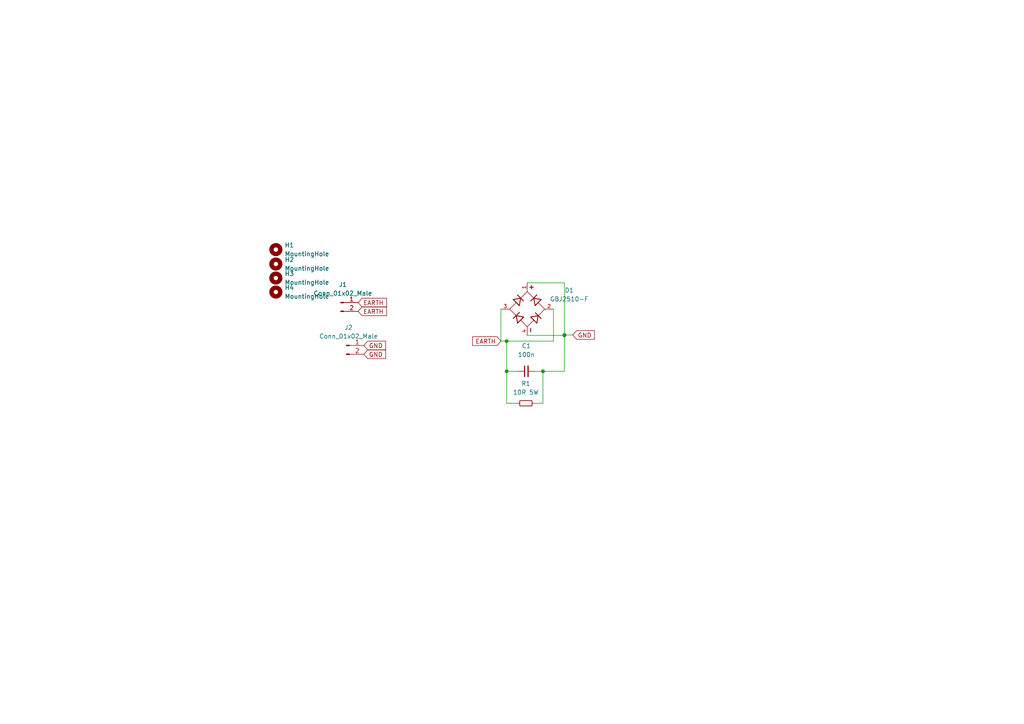
<source format=kicad_sch>
(kicad_sch (version 20230121) (generator eeschema)
  (paper "A4")
  (lib_symbols
    (symbol "Connector:Conn_01x02_Male" (pin_names (offset 1.016) hide)
      (property "Reference" "J" (at 0 2.54 0))
      (property "Value" "Conn_01x02_Male" (at 0 -5.08 0))
      (symbol "Conn_01x02_Male_1_1"
        (polyline (pts (xy 1.27 -2.54) (xy 0.8636 -2.54)) (stroke (width 0.1524)))
        (polyline (pts (xy 1.27 0) (xy 0.8636 0)) (stroke (width 0.1524)))
        (rectangle (start 0.8636 -2.413) (end 0 -2.667) (stroke (width 0.1524)) (fill (type outline)))
        (rectangle (start 0.8636 0.127) (end 0 -0.127) (stroke (width 0.1524)) (fill (type outline)))
        (pin passive line (at 5.08 0 180) (length 3.81) (name "Pin_1") (number "1"))
        (pin passive line (at 5.08 -2.54 180) (length 3.81) (name "Pin_2") (number "2"))
      )
    )
    (symbol "Device:C_Small" (pin_numbers hide) (pin_names (offset 0.254) hide)
      (property "Reference" "C" (at 0.254 1.778 0))
      (property "Value" "C_Small" (at 0.254 -2.032 0))
      (symbol "C_Small_0_1"
        (polyline (pts (xy -1.524 -0.508) (xy 1.524 -0.508)) (stroke (width 0.3302)))
        (polyline (pts (xy -1.524 0.508) (xy 1.524 0.508)) (stroke (width 0.3048)))
      )
      (symbol "C_Small_1_1"
        (pin passive line (at 0 2.54 270) (length 2.032) (name "~") (number "1"))
        (pin passive line (at 0 -2.54 90) (length 2.032) (name "~") (number "2"))
      )
    )
    (symbol "Device:R_Small" (pin_numbers hide) (pin_names (offset 0.254) hide)
      (property "Reference" "R" (at 0.762 0.508 0))
      (property "Value" "R_Small" (at 0.762 -1.016 0))
      (symbol "R_Small_0_1"
        (rectangle (start -0.762 1.778) (end 0.762 -1.778) (stroke (width 0.2032)))
      )
      (symbol "R_Small_1_1"
        (pin passive line (at 0 2.54 270) (length 0.762) (name "~") (number "1"))
        (pin passive line (at 0 -2.54 90) (length 0.762) (name "~") (number "2"))
      )
    )
    (symbol "GBJ2510-F:GBJ2510-F" (pin_names (offset 1.016) hide)
      (property "Reference" "D" (at 5.08 5.08 0))
      (property "Value" "GBJ2510-F" (at 5.08 -7.62 0))
      (symbol "GBJ2510-F_0_0"
        (polyline (pts (xy -6.858 1.27) (xy -5.842 1.27)) (stroke (width 0.254)))
        (polyline (pts (xy -6.35 0.762) (xy -6.35 1.778)) (stroke (width 0.254)))
        (polyline (pts (xy -5.08 0) (xy -3.175 -1.905)) (stroke (width 0.1524)))
        (polyline (pts (xy -3.175 -1.905) (xy -2.794 -4.064)) (stroke (width 0.254)))
        (polyline (pts (xy -3.175 -1.905) (xy -1.016 -2.286)) (stroke (width 0.254)))
        (polyline (pts (xy -3.175 1.905) (xy -5.08 0)) (stroke (width 0.1524)))
        (polyline (pts (xy -3.175 1.905) (xy -2.794 4.064)) (stroke (width 0.254)))
        (polyline (pts (xy -3.175 1.905) (xy -1.016 2.286)) (stroke (width 0.254)))
        (polyline (pts (xy -2.3622 -1.0668) (xy -4.1402 -2.8448)) (stroke (width 0.254)))
        (polyline (pts (xy -2.3622 1.016) (xy -4.1402 2.794)) (stroke (width 0.254)))
        (polyline (pts (xy -1.016 -2.286) (xy -2.794 -4.064)) (stroke (width 0.254)))
        (polyline (pts (xy -1.016 2.286) (xy -2.794 4.064)) (stroke (width 0.254)))
        (polyline (pts (xy 0 -5.08) (xy -1.8034 -3.2766)) (stroke (width 0.1524)))
        (polyline (pts (xy 0 -5.08) (xy 1.905 -3.175)) (stroke (width 0.1524)))
        (polyline (pts (xy 0 5.08) (xy -1.8034 3.2766)) (stroke (width 0.1524)))
        (polyline (pts (xy 1.905 -3.175) (xy 2.286 -1.016)) (stroke (width 0.254)))
        (polyline (pts (xy 1.905 -3.175) (xy 4.064 -2.794)) (stroke (width 0.254)))
        (polyline (pts (xy 1.905 3.175) (xy 0 5.08)) (stroke (width 0.1524)))
        (polyline (pts (xy 1.905 3.175) (xy 2.286 1.016)) (stroke (width 0.254)))
        (polyline (pts (xy 1.905 3.175) (xy 4.064 2.794)) (stroke (width 0.254)))
        (polyline (pts (xy 2.7178 -4.0386) (xy 0.9398 -2.2606)) (stroke (width 0.254)))
        (polyline (pts (xy 2.7178 4.0386) (xy 1.0668 2.3876)) (stroke (width 0.254)))
        (polyline (pts (xy 3.2766 -1.8034) (xy 5.08 0)) (stroke (width 0.1524)))
        (polyline (pts (xy 4.064 -2.794) (xy 2.286 -1.016)) (stroke (width 0.254)))
        (polyline (pts (xy 4.064 2.794) (xy 2.286 1.016)) (stroke (width 0.254)))
        (polyline (pts (xy 5.08 0) (xy 3.2766 1.8034)) (stroke (width 0.1524)))
        (polyline (pts (xy 5.588 1.016) (xy 6.604 1.016)) (stroke (width 0.254)))
        (pin passive line (at -7.62 0 0) (length 2.54) (name "~") (number "1"))
        (pin passive line (at 0 7.62 270) (length 2.54) (name "~") (number "2"))
        (pin passive line (at 0 -7.62 90) (length 2.54) (name "~") (number "3"))
        (pin passive line (at 7.62 0 180) (length 2.54) (name "~") (number "4"))
      )
    )
    (symbol "Mechanical:MountingHole" (pin_names (offset 1.016))
      (property "Reference" "H" (at 0 5.08 0))
      (property "Value" "MountingHole" (at 0 3.175 0))
      (symbol "MountingHole_0_1"
        (circle (center 0 0) (radius 1.27) (stroke (width 1.27)))
      )
    )
  )
  (junction (at 163.703 97.155))
  (junction (at 146.939 107.696))
  (junction (at 163.703 97.282))
  (junction (at 146.939 98.933))
  (junction (at 157.48 107.696))
  (wire (pts (xy 160.528 98.933) (xy 146.939 98.933)))
  (wire (pts (xy 157.48 107.696) (xy 163.703 107.696)))
  (wire (pts (xy 150.114 107.696) (xy 146.939 107.696)))
  (wire (pts (xy 160.528 89.662) (xy 160.528 98.933)))
  (wire (pts (xy 157.48 116.967) (xy 155.067 116.967)))
  (wire (pts (xy 146.939 116.967) (xy 149.987 116.967)))
  (wire (pts (xy 152.908 82.042) (xy 163.703 82.042)))
  (wire (pts (xy 163.703 82.042) (xy 163.703 97.155)))
  (wire (pts (xy 157.48 107.696) (xy 157.48 116.967)))
  (wire (pts (xy 155.194 107.696) (xy 157.48 107.696)))
  (wire (pts (xy 146.939 107.696) (xy 146.939 116.967)))
  (wire (pts (xy 146.939 98.933) (xy 145.288 98.933)))
  (wire (pts (xy 163.703 97.282) (xy 152.908 97.282)))
  (wire (pts (xy 146.939 98.933) (xy 146.939 107.696)))
  (wire (pts (xy 145.288 98.933) (xy 145.288 89.662)))
  (wire (pts (xy 163.703 97.155) (xy 163.703 97.282)))
  (wire (pts (xy 163.703 97.155) (xy 166.116 97.155)))
  (wire (pts (xy 163.703 107.696) (xy 163.703 97.282)))
  (global_label "GND" (shape input) (at 105.537 102.743 0) (property "Intersheetrefs" "${INTERSHEET_REFS}" (effects hide)))
  (global_label "EARTH" (shape input) (at 103.886 90.297 0) (property "Intersheetrefs" "${INTERSHEET_REFS}" (effects hide)))
  (global_label "EARTH" (shape input) (at 103.886 87.757 0) (property "Intersheetrefs" "${INTERSHEET_REFS}" (effects hide)))
  (global_label "EARTH" (shape input) (at 145.288 98.933 180) (property "Intersheetrefs" "${INTERSHEET_REFS}" (effects hide)))
  (global_label "GND" (shape input) (at 166.116 97.155 0) (property "Intersheetrefs" "${INTERSHEET_REFS}" (effects hide)))
  (global_label "GND" (shape input) (at 105.537 100.203 0) (property "Intersheetrefs" "${INTERSHEET_REFS}" (effects hide)))
  (symbol (lib_id "Device:R_Small") (at 152.527 116.967 90) (unit 1)
    (property "Reference" "R1" (at 152.527 111.252 90))
    (property "Value" "10R 5W" (at 152.527 113.792 90))
    (property "Footprint" "Resistor_THT:R_Axial_Power_L25.0mm_W9.0mm_P27.94mm" (effects hide))
  )
  (symbol (lib_id "GBJ2510-F:GBJ2510-F") (at 152.908 89.662 270) (unit 1)
    (property "Reference" "D1" (at 165.1 84.2008 90))
    (property "Value" "GBJ2510-F" (at 165.1 86.7408 90))
    (property "Footprint" "Diode_THT:Diode_Bridge_19.0x19.0x6.8mm_P12.7mm" (effects hide))
    (property "DESCRIPTION" "Diode Rectifier Bridge Single 1KV 35A 4-Pin_4+Tab_ Case GBJ Bulk/Tube" (effects hide))
    (property "MF" "Micro Commercial" (effects hide))
    (property "AVAILABILITY" "Unavailable" (effects hide))
    (property "MP" "GBJ3510-BP" (effects hide))
    (property "PACKAGE" "SIP-4 MCC" (effects hide))
    (property "PRICE" "None" (effects hide))
  )
  (symbol (lib_id "Mechanical:MountingHole") (at 80.01 76.581 0) (unit 1)
    (property "Reference" "H2" (at 82.55 75.3109 0) (effects (justify left)))
    (property "Value" "MountingHole" (at 82.55 77.8509 0) (effects (justify left)))
    (property "Footprint" "MountingHole:MountingHole_3.2mm_M3" (effects hide))
  )
  (symbol (lib_id "Mechanical:MountingHole") (at 80.01 84.709 0) (unit 1)
    (property "Reference" "H4" (at 82.55 83.4389 0) (effects (justify left)))
    (property "Value" "MountingHole" (at 82.55 85.9789 0) (effects (justify left)))
    (property "Footprint" "MountingHole:MountingHole_3.2mm_M3" (effects hide))
  )
  (symbol (lib_id "Device:C_Small") (at 152.654 107.696 90) (unit 1)
    (property "Reference" "C1" (at 152.6603 100.33 90))
    (property "Value" "100n" (at 152.6603 102.87 90))
    (property "Footprint" "Capacitor_THT:C_Rect_L18.0mm_W5.0mm_P15.00mm_FKS3_FKP3" (effects hide))
  )
  (symbol (lib_id "Mechanical:MountingHole") (at 80.01 72.39 0) (unit 1)
    (property "Reference" "H1" (at 82.55 71.1199 0) (effects (justify left)))
    (property "Value" "MountingHole" (at 82.55 73.6599 0) (effects (justify left)))
    (property "Footprint" "MountingHole:MountingHole_3.2mm_M3" (effects hide))
  )
  (symbol (lib_id "Connector:Conn_01x02_Male") (at 100.457 100.203 0) (unit 1)
    (property "Reference" "J2" (at 101.092 94.996 0))
    (property "Value" "Conn_01x02_Male" (at 101.092 97.536 0))
    (property "Footprint" "Connector_JST:JST_VH_B2P-VH-B_1x02_P3.96mm_Vertical" (effects hide))
  )
  (symbol (lib_id "Mechanical:MountingHole") (at 80.01 80.645 0) (unit 1)
    (property "Reference" "H3" (at 82.55 79.3749 0) (effects (justify left)))
    (property "Value" "MountingHole" (at 82.55 81.9149 0) (effects (justify left)))
    (property "Footprint" "MountingHole:MountingHole_3.2mm_M3" (effects hide))
  )
  (symbol (lib_id "Connector:Conn_01x02_Male") (at 98.806 87.757 0) (unit 1)
    (property "Reference" "J1" (at 99.441 82.55 0))
    (property "Value" "Conn_01x02_Male" (at 99.441 85.09 0))
    (property "Footprint" "Connector_JST:JST_VH_B2P-VH-B_1x02_P3.96mm_Vertical" (effects hide))
  )
)
</source>
